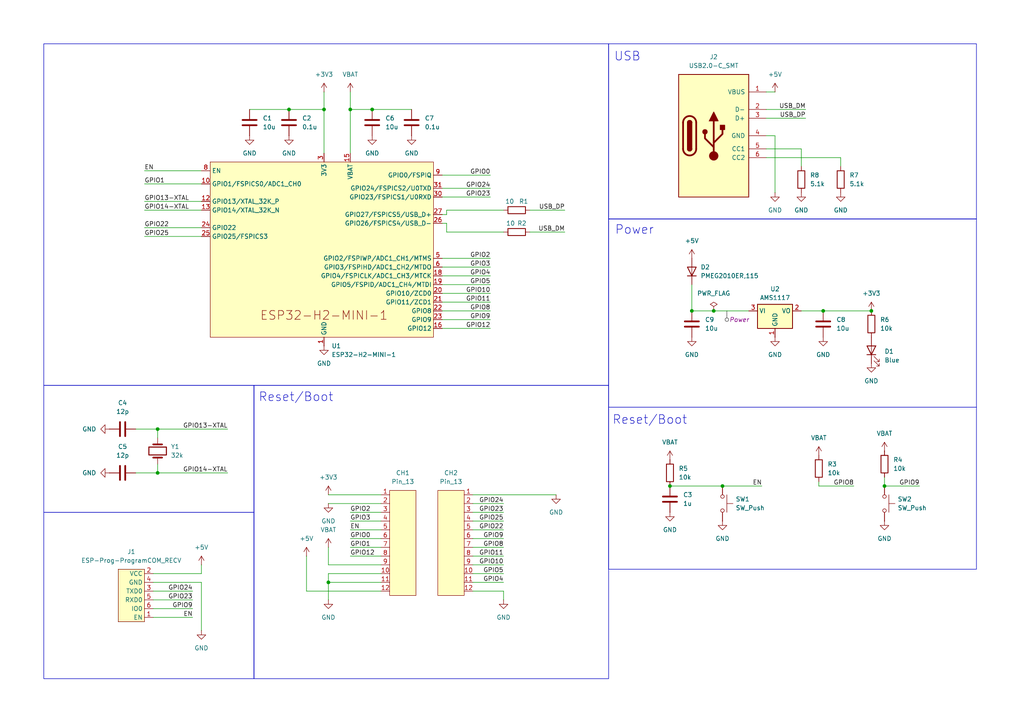
<source format=kicad_sch>
(kicad_sch (version 20231120) (generator "eeschema") (generator_version "8.0")
  (paper "A4")
  (title_block (title "ESP32-H2-MINI-1 DevBoard") (rev "v1.0.1") (company "Atsushi Morimoto (@74th)"))
  (lib_symbols
    (symbol "74th_Interface:ESP-Prog-ProgramCOM_RECV"
      (property "Reference" "J" (at 0 5.08 0))
      (property "Value" "ESP-Prog-ProgramCOM_RECV" (at 0 7.62 0))
      (symbol "ESP-Prog-ProgramCOM_RECV_0_1"
        (rectangle (start -3.81 3.81) (end 3.81 -11.43) (stroke (width 0.1524)) (fill (type background)))
      )
      (symbol "ESP-Prog-ProgramCOM_RECV_1_1"
        (pin output line (at 6.35 -10.16 180) (length 2.54) (name "EN") (number "1"))
        (pin passive line (at 6.35 2.54 180) (length 2.54) (name "VCC") (number "2"))
        (pin input line (at 6.35 -2.54 180) (length 2.54) (name "TXD0") (number "3"))
        (pin passive line (at 6.35 0 180) (length 2.54) (name "GND") (number "4"))
        (pin output line (at 6.35 -5.08 180) (length 2.54) (name "RXD0") (number "5"))
        (pin output line (at 6.35 -7.62 180) (length 2.54) (name "IO0") (number "6"))
      )
    )
    (symbol "74th_Interface:Pin_12"
      (property "Reference" "CH2" (at 0 6.35 0))
      (property "Value" "Pin_13" (at 0 3.81 0))
      (symbol "Pin_12_0_1"
        (rectangle (start -3.81 1.27) (end 3.81 -29.21) (stroke (width 0.1524)) (fill (type background)))
      )
      (symbol "Pin_12_1_1"
        (pin power_in line (at 6.35 0 180) (length 2.54) (name "") (number "1"))
        (pin bidirectional line (at 6.35 -22.86 180) (length 2.54) (name "") (number "10"))
        (pin power_in line (at 6.35 -25.4 180) (length 2.54) (name "") (number "11"))
        (pin power_in line (at 6.35 -27.94 180) (length 2.54) (name "") (number "12"))
        (pin bidirectional line (at 6.35 -2.54 180) (length 2.54) (name "") (number "2"))
        (pin bidirectional line (at 6.35 -5.08 180) (length 2.54) (name "") (number "3"))
        (pin bidirectional line (at 6.35 -7.62 180) (length 2.54) (name "") (number "4"))
        (pin bidirectional line (at 6.35 -10.16 180) (length 2.54) (name "") (number "5"))
        (pin bidirectional line (at 6.35 -12.7 180) (length 2.54) (name "") (number "6"))
        (pin bidirectional line (at 6.35 -15.24 180) (length 2.54) (name "") (number "7"))
        (pin bidirectional line (at 6.35 -17.78 180) (length 2.54) (name "") (number "8"))
        (pin bidirectional line (at 6.35 -20.32 180) (length 2.54) (name "") (number "9"))
      )
    )
    (symbol "74th_Interface:USB_TypeC-2.0_Receptacle" (pin_names (offset 1.016))
      (property "Reference" "J" (at -10.16 19.05 0))
      (property "Value" "USB2.0-C_SMT" (at 15.24 19.05 0))
      (symbol "USB_TypeC-2.0_Receptacle_0_1"
        (rectangle (start -10.16 17.78) (end 10.16 -17.78) (stroke (width 0.254)) (fill (type background)))
        (arc (start -8.89 -3.81) (mid -6.985 -5.7067) (end -5.08 -3.81) (stroke (width 0.508)))
        (arc (start -7.62 -3.81) (mid -6.985 -4.4423) (end -6.35 -3.81) (stroke (width 0.254)))
        (arc (start -7.62 -3.81) (mid -6.985 -4.4423) (end -6.35 -3.81) (stroke (width 0.254)) (fill (type outline)))
        (rectangle (start -7.62 -3.81) (end -6.35 3.81) (stroke (width 0.254)) (fill (type outline)))
        (arc (start -6.35 3.81) (mid -6.985 4.4423) (end -7.62 3.81) (stroke (width 0.254)))
        (arc (start -6.35 3.81) (mid -6.985 4.4423) (end -7.62 3.81) (stroke (width 0.254)) (fill (type outline)))
        (arc (start -5.08 3.81) (mid -6.985 5.7067) (end -8.89 3.81) (stroke (width 0.508)))
        (circle (center -2.54 1.143) (radius 0.635) (stroke (width 0.254)) (fill (type outline)))
        (circle (center 0 -5.842) (radius 1.27) (fill (type outline)))
        (polyline (pts (xy -8.89 -3.81) (xy -8.89 3.81)) (stroke (width 0.508)))
        (polyline (pts (xy -5.08 3.81) (xy -5.08 -3.81)) (stroke (width 0.508)))
        (polyline (pts (xy 0 -5.842) (xy 0 4.318)) (stroke (width 0.508)))
        (polyline (pts (xy 0 -3.302) (xy -2.54 -0.762) (xy -2.54 0.508)) (stroke (width 0.508)))
        (polyline (pts (xy 0 -2.032) (xy 2.54 0.508) (xy 2.54 1.778)) (stroke (width 0.508)))
        (polyline (pts (xy -1.27 4.318) (xy 0 6.858) (xy 1.27 4.318) (xy -1.27 4.318)) (stroke (width 0.254)) (fill (type outline)))
        (rectangle (start 1.905 1.778) (end 3.175 3.048) (stroke (width 0.254)) (fill (type outline)))
      )
      (symbol "USB_TypeC-2.0_Receptacle_1_1"
        (pin power_out line (at 15.24 12.7 180) (length 5.08) (name "VBUS") (number "1"))
        (pin bidirectional line (at 15.24 7.62 180) (length 5.08) (name "D-") (number "2"))
        (pin bidirectional line (at 15.24 5.08 180) (length 5.08) (name "D+") (number "3"))
        (pin power_out line (at 15.24 0 180) (length 5.08) (name "GND") (number "4"))
        (pin input line (at 15.24 -3.81 180) (length 5.08) (name "CC1") (number "5"))
        (pin input line (at 15.24 -6.35 180) (length 5.08) (name "CC2") (number "6"))
      )
    )
    (symbol "74th_Passive:AMS1117-3.3_Regulator_SOT223"
      (property "Reference" "U" (at -3.81 3.175 0))
      (property "Value" "AMS1117" (at 0 3.175 0))
      (symbol "AMS1117-3.3_Regulator_SOT223_0_1"
        (rectangle (start -5.08 1.905) (end 5.08 -5.08) (stroke (width 0.254)) (fill (type background)))
      )
      (symbol "AMS1117-3.3_Regulator_SOT223_1_1"
        (pin power_in line (at 0 -7.62 90) (length 2.54) (name "GND") (number "1"))
        (pin power_out line (at 7.62 0 180) (length 2.54) (name "VO") (number "2"))
        (pin power_in line (at -7.62 0 0) (length 2.54) (name "VI") (number "3"))
      )
    )
    (symbol "74th_Power:VBAT" (power) (pin_numbers hide) (pin_names (offset 0) hide)
      (property "Value" "VBAT" (at 0 3.556 0))
      (symbol "VBAT_0_1"
        (polyline (pts (xy -0.762 1.27) (xy 0 2.54)))
        (polyline (pts (xy 0 0) (xy 0 2.54)))
        (polyline (pts (xy 0 2.54) (xy 0.762 1.27)))
      )
      (symbol "VBAT_1_1"
        (pin power_in line (at 0 0 90) (length 0) (name "~") (number "1"))
      )
    )
    (symbol "Device:C" (pin_numbers hide) (pin_names (offset 0.254))
      (property "Reference" "C" (at 0.635 2.54 0))
      (property "Value" "C" (at 0.635 -2.54 0))
      (symbol "C_0_1"
        (polyline (pts (xy -2.032 -0.762) (xy 2.032 -0.762)) (stroke (width 0.508)))
        (polyline (pts (xy -2.032 0.762) (xy 2.032 0.762)) (stroke (width 0.508)))
      )
      (symbol "C_1_1"
        (pin passive line (at 0 3.81 270) (length 2.794) (name "~") (number "1"))
        (pin passive line (at 0 -3.81 90) (length 2.794) (name "~") (number "2"))
      )
    )
    (symbol "Device:Crystal" (pin_numbers hide) (pin_names (offset 1.016) hide)
      (property "Reference" "Y" (at 0 3.81 0))
      (property "Value" "Crystal" (at 0 -3.81 0))
      (symbol "Crystal_0_1"
        (rectangle (start -1.143 2.54) (end 1.143 -2.54) (stroke (width 0.3048)))
        (polyline (pts (xy -2.54 0) (xy -1.905 0)))
        (polyline (pts (xy -1.905 -1.27) (xy -1.905 1.27)) (stroke (width 0.508)))
        (polyline (pts (xy 1.905 -1.27) (xy 1.905 1.27)) (stroke (width 0.508)))
        (polyline (pts (xy 2.54 0) (xy 1.905 0)))
      )
      (symbol "Crystal_1_1"
        (pin passive line (at -3.81 0 0) (length 1.27) (name "1") (number "1"))
        (pin passive line (at 3.81 0 180) (length 1.27) (name "2") (number "2"))
      )
    )
    (symbol "Device:D" (pin_numbers hide) (pin_names (offset 1.016) hide)
      (property "Reference" "D" (at 0 2.54 0))
      (property "Value" "D" (at 0 -2.54 0))
      (symbol "D_0_1"
        (polyline (pts (xy -1.27 1.27) (xy -1.27 -1.27)) (stroke (width 0.254)))
        (polyline (pts (xy 1.27 0) (xy -1.27 0)))
        (polyline (pts (xy 1.27 1.27) (xy 1.27 -1.27) (xy -1.27 0) (xy 1.27 1.27)) (stroke (width 0.254)))
      )
      (symbol "D_1_1"
        (pin passive line (at -3.81 0 0) (length 2.54) (name "K") (number "1"))
        (pin passive line (at 3.81 0 180) (length 2.54) (name "A") (number "2"))
      )
    )
    (symbol "Device:LED" (pin_numbers hide) (pin_names (offset 1.016) hide)
      (property "Reference" "D" (at 0 2.54 0))
      (property "Value" "LED" (at 0 -2.54 0))
      (symbol "LED_0_1"
        (polyline (pts (xy -1.27 -1.27) (xy -1.27 1.27)) (stroke (width 0.254)))
        (polyline (pts (xy -1.27 0) (xy 1.27 0)))
        (polyline (pts (xy 1.27 -1.27) (xy 1.27 1.27) (xy -1.27 0) (xy 1.27 -1.27)) (stroke (width 0.254)))
        (polyline (pts (xy -3.048 -0.762) (xy -4.572 -2.286) (xy -3.81 -2.286) (xy -4.572 -2.286) (xy -4.572 -1.524)))
        (polyline (pts (xy -1.778 -0.762) (xy -3.302 -2.286) (xy -2.54 -2.286) (xy -3.302 -2.286) (xy -3.302 -1.524)))
      )
      (symbol "LED_1_1"
        (pin passive line (at -3.81 0 0) (length 2.54) (name "K") (number "1"))
        (pin passive line (at 3.81 0 180) (length 2.54) (name "A") (number "2"))
      )
    )
    (symbol "Device:R" (pin_numbers hide) (pin_names (offset 0))
      (property "Reference" "R" (at 2.032 0 90))
      (property "Value" "R" (at 0 0 90))
      (symbol "R_0_1"
        (rectangle (start -1.016 -2.54) (end 1.016 2.54) (stroke (width 0.254)))
      )
      (symbol "R_1_1"
        (pin passive line (at 0 3.81 270) (length 1.27) (name "~") (number "1"))
        (pin passive line (at 0 -3.81 90) (length 1.27) (name "~") (number "2"))
      )
    )
    (symbol "PCM_Espressif:ESP32-H2-MINI-1"
      (property "Reference" "U" (at -33.02 30.48 0))
      (property "Value" "ESP32-H2-MINI-1" (at -33.02 27.94 0))
      (symbol "ESP32-H2-MINI-1_0_1"
        (rectangle (start -33.02 25.4) (end 31.75 -25.4) (fill (type background)))
      )
      (symbol "ESP32-H2-MINI-1_1_0"
        (text "ESP32-H2-MINI-1" (at 0 -19.05 0) (effects (font (size 2.54 2.54))))
        (pin bidirectional line (at -35.56 19.05 0) (length 2.54) (name "GPIO1/FSPICS0/ADC1_CH0") (number "10"))
        (pin no_connect line (at -35.56 -13.97 0) (length 2.54) hide (name "NC") (number "17"))
        (pin bidirectional line (at -35.56 6.35 0) (length 2.54) (name "GPIO22") (number "24"))
        (pin bidirectional line (at -35.56 3.81 0) (length 2.54) (name "GPIO25/FSPICS3") (number "25"))
        (pin no_connect line (at -35.56 -13.97 0) (length 2.54) hide (name "NC") (number "28"))
        (pin no_connect line (at -35.56 -13.97 0) (length 2.54) hide (name "NC") (number "29"))
        (pin no_connect line (at -35.56 -13.97 0) (length 2.54) hide (name "NC") (number "32"))
        (pin no_connect line (at -35.56 -13.97 0) (length 2.54) hide (name "NC") (number "33"))
        (pin no_connect line (at -35.56 -13.97 0) (length 2.54) hide (name "NC") (number "34"))
        (pin no_connect line (at -35.56 -13.97 0) (length 2.54) hide (name "NC") (number "35"))
        (pin no_connect line (at -35.56 -13.97 0) (length 2.54) hide (name "NC") (number "4"))
        (pin no_connect line (at -35.56 -13.97 0) (length 2.54) hide (name "NC") (number "7"))
        (pin bidirectional line (at 34.29 21.59 180) (length 2.54) (name "GPIO0/FSPIQ") (number "9"))
      )
      (symbol "ESP32-H2-MINI-1_1_1"
        (pin power_in line (at 0 -27.94 90) (length 2.54) (name "GND") (number "1"))
        (pin passive line (at 0 -27.94 90) (length 2.54) hide (name "GND") (number "11"))
        (pin bidirectional line (at -35.56 13.97 0) (length 2.54) (name "GPIO13/XTAL_32K_P") (number "12"))
        (pin bidirectional line (at -35.56 11.43 0) (length 2.54) (name "GPIO14/XTAL_32K_N") (number "13"))
        (pin passive line (at 0 -27.94 90) (length 2.54) hide (name "GND") (number "14"))
        (pin input line (at 7.62 27.94 270) (length 2.54) (name "VBAT") (number "15"))
        (pin bidirectional line (at 34.29 -22.86 180) (length 2.54) (name "GPIO12") (number "16"))
        (pin bidirectional line (at 34.29 -7.62 180) (length 2.54) (name "GPIO4/FSPICLK/ADC1_CH3/MTCK") (number "18"))
        (pin bidirectional line (at 34.29 -10.16 180) (length 2.54) (name "GPIO5/FSPID/ADC1_CH4/MTDI") (number "19"))
        (pin passive line (at 0 -27.94 90) (length 2.54) hide (name "GND") (number "2"))
        (pin bidirectional line (at 34.29 -12.7 180) (length 2.54) (name "GPIO10/ZCD0") (number "20"))
        (pin bidirectional line (at 34.29 -15.24 180) (length 2.54) (name "GPIO11/ZCD1") (number "21"))
        (pin bidirectional line (at 34.29 -17.78 180) (length 2.54) (name "GPIO8") (number "22"))
        (pin bidirectional line (at 34.29 -20.32 180) (length 2.54) (name "GPIO9") (number "23"))
        (pin bidirectional line (at 34.29 7.62 180) (length 2.54) (name "GPIO26/FSPICS4/USB_D-") (number "26"))
        (pin bidirectional line (at 34.29 10.16 180) (length 2.54) (name "GPIO27/FSPICS5/USB_D+") (number "27"))
        (pin power_in line (at 0 27.94 270) (length 2.54) (name "3V3") (number "3"))
        (pin bidirectional line (at 34.29 15.24 180) (length 2.54) (name "GPIO23/FSPICS1/U0RXD") (number "30"))
        (pin bidirectional line (at 34.29 17.78 180) (length 2.54) (name "GPIO24/FSPICS2/U0TXD") (number "31"))
        (pin passive line (at 0 -27.94 90) (length 2.54) hide (name "GND") (number "36"))
        (pin passive line (at 0 -27.94 90) (length 2.54) hide (name "GND") (number "37"))
        (pin passive line (at 0 -27.94 90) (length 2.54) hide (name "GND") (number "38"))
        (pin passive line (at 0 -27.94 90) (length 2.54) hide (name "GND") (number "39"))
        (pin passive line (at 0 -27.94 90) (length 2.54) hide (name "GND") (number "40"))
        (pin passive line (at 0 -27.94 90) (length 2.54) hide (name "GND") (number "41"))
        (pin passive line (at 0 -27.94 90) (length 2.54) hide (name "GND") (number "42"))
        (pin passive line (at 0 -27.94 90) (length 2.54) hide (name "GND") (number "43"))
        (pin passive line (at 0 -27.94 90) (length 2.54) hide (name "GND") (number "44"))
        (pin passive line (at 0 -27.94 90) (length 2.54) hide (name "GND") (number "45"))
        (pin passive line (at 0 -27.94 90) (length 2.54) hide (name "GND") (number "46"))
        (pin passive line (at 0 -27.94 90) (length 2.54) hide (name "GND") (number "47"))
        (pin passive line (at 0 -27.94 90) (length 2.54) hide (name "GND") (number "48"))
        (pin passive line (at 0 -27.94 90) (length 2.54) hide (name "GND") (number "49"))
        (pin bidirectional line (at 34.29 -2.54 180) (length 2.54) (name "GPIO2/FSPIWP/ADC1_CH1/MTMS") (number "5"))
        (pin passive line (at 0 -27.94 90) (length 2.54) hide (name "GND") (number "50"))
        (pin passive line (at 0 -27.94 90) (length 2.54) hide (name "GND") (number "51"))
        (pin passive line (at 0 -27.94 90) (length 2.54) hide (name "GND") (number "52"))
        (pin passive line (at 0 -27.94 90) (length 2.54) hide (name "GND") (number "53"))
        (pin bidirectional line (at 34.29 -5.08 180) (length 2.54) (name "GPIO3/FSPIHD/ADC1_CH2/MTDO") (number "6"))
        (pin input line (at -35.56 22.86 0) (length 2.54) (name "EN") (number "8"))
      )
    )
    (symbol "Pin_12_1"
      (property "Reference" "CH1" (at 0 6.35 0))
      (property "Value" "Pin_13" (at 0 3.81 0))
      (symbol "Pin_12_1_0_1"
        (rectangle (start -3.81 1.27) (end 3.81 -29.21) (stroke (width 0.1524)) (fill (type background)))
      )
      (symbol "Pin_12_1_1_1"
        (pin power_in line (at 6.35 0 180) (length 2.54) (name "") (number "1"))
        (pin bidirectional line (at 6.35 -22.86 180) (length 2.54) (name "") (number "10"))
        (pin power_in line (at 6.35 -25.4 180) (length 2.54) (name "") (number "11"))
        (pin power_out line (at 6.35 -27.94 180) (length 2.54) (name "") (number "12"))
        (pin bidirectional line (at 6.35 -2.54 180) (length 2.54) (name "") (number "2"))
        (pin bidirectional line (at 6.35 -5.08 180) (length 2.54) (name "") (number "3"))
        (pin bidirectional line (at 6.35 -7.62 180) (length 2.54) (name "") (number "4"))
        (pin bidirectional line (at 6.35 -10.16 180) (length 2.54) (name "") (number "5"))
        (pin bidirectional line (at 6.35 -12.7 180) (length 2.54) (name "") (number "6"))
        (pin bidirectional line (at 6.35 -15.24 180) (length 2.54) (name "") (number "7"))
        (pin bidirectional line (at 6.35 -17.78 180) (length 2.54) (name "") (number "8"))
        (pin bidirectional line (at 6.35 -20.32 180) (length 2.54) (name "") (number "9"))
      )
    )
    (symbol "Switch:SW_Push" (pin_numbers hide) (pin_names (offset 1.016) hide)
      (property "Reference" "SW" (at 1.27 2.54 0))
      (property "Value" "SW_Push" (at 0 -1.524 0))
      (symbol "SW_Push_0_1"
        (circle (center -2.032 0) (radius 0.508))
        (polyline (pts (xy 0 1.27) (xy 0 3.048)))
        (polyline (pts (xy 2.54 1.27) (xy -2.54 1.27)))
        (circle (center 2.032 0) (radius 0.508))
        (pin passive line (at -5.08 0 0) (length 2.54) (name "1") (number "1"))
        (pin passive line (at 5.08 0 180) (length 2.54) (name "2") (number "2"))
      )
    )
    (symbol "power:+3V3" (power) (pin_numbers hide) (pin_names (offset 0) hide)
      (property "Value" "+3V3" (at 0 3.556 0))
      (symbol "+3V3_0_1"
        (polyline (pts (xy -0.762 1.27) (xy 0 2.54)))
        (polyline (pts (xy 0 0) (xy 0 2.54)))
        (polyline (pts (xy 0 2.54) (xy 0.762 1.27)))
      )
      (symbol "+3V3_1_1"
        (pin power_in line (at 0 0 90) (length 0) (name "~") (number "1"))
      )
    )
    (symbol "power:+5V" (power) (pin_numbers hide) (pin_names (offset 0) hide)
      (property "Value" "+5V" (at 0 3.556 0))
      (symbol "+5V_0_1"
        (polyline (pts (xy -0.762 1.27) (xy 0 2.54)))
        (polyline (pts (xy 0 0) (xy 0 2.54)))
        (polyline (pts (xy 0 2.54) (xy 0.762 1.27)))
      )
      (symbol "+5V_1_1"
        (pin power_in line (at 0 0 90) (length 0) (name "~") (number "1"))
      )
    )
    (symbol "power:GND" (power) (pin_numbers hide) (pin_names (offset 0) hide)
      (property "Value" "GND" (at 0 -3.81 0))
      (symbol "GND_0_1"
        (polyline (pts (xy 0 0) (xy 0 -1.27) (xy 1.27 -1.27) (xy 0 -2.54) (xy -1.27 -1.27) (xy 0 -1.27)))
      )
      (symbol "GND_1_1"
        (pin power_in line (at 0 0 270) (length 0) (name "~") (number "1"))
      )
    )
    (symbol "power:PWR_FLAG" (power) (pin_numbers hide) (pin_names (offset 0) hide)
      (property "Value" "PWR_FLAG" (at 0 3.81 0))
      (symbol "PWR_FLAG_0_0"
        (pin power_out line (at 0 0 90) (length 0) (name "~") (number "1"))
      )
      (symbol "PWR_FLAG_0_1"
        (polyline (pts (xy 0 0) (xy 0 1.27) (xy -1.016 1.905) (xy 0 2.54) (xy 1.016 1.905) (xy 0 1.27)))
      )
    )
  )
  (junction (at 200.66 90.17))
  (junction (at 107.95 31.75))
  (junction (at 207.01 90.17))
  (junction (at 238.76 90.17))
  (junction (at 93.98 31.75))
  (junction (at 45.72 124.46))
  (junction (at 45.72 137.16))
  (junction (at 194.31 140.97))
  (junction (at 252.73 90.17))
  (junction (at 83.82 31.75))
  (junction (at 209.55 140.97))
  (junction (at 256.54 140.97))
  (junction (at 101.6 31.75))
  (junction (at 95.25 168.91))
  (wire (pts (xy 222.25 31.75) (xy 233.68 31.75)))
  (wire (pts (xy 41.91 58.42) (xy 58.42 58.42)))
  (wire (pts (xy 224.79 39.37) (xy 224.79 55.88)))
  (wire (pts (xy 137.16 151.13) (xy 146.05 151.13)))
  (wire (pts (xy 137.16 148.59) (xy 146.05 148.59)))
  (wire (pts (xy 137.16 153.67) (xy 146.05 153.67)))
  (wire (pts (xy 207.01 90.17) (xy 217.17 90.17)))
  (wire (pts (xy 200.66 82.55) (xy 200.66 90.17)))
  (wire (pts (xy 110.49 166.37) (xy 95.25 166.37)))
  (wire (pts (xy 247.65 140.97) (xy 237.49 140.97)))
  (wire (pts (xy 153.67 67.31) (xy 163.83 67.31)))
  (wire (pts (xy 101.6 31.75) (xy 107.95 31.75)))
  (wire (pts (xy 128.27 74.93) (xy 142.24 74.93)))
  (wire (pts (xy 237.49 140.97) (xy 237.49 139.7)))
  (wire (pts (xy 58.42 163.83) (xy 58.42 166.37)))
  (wire (pts (xy 128.27 85.09) (xy 142.24 85.09)))
  (wire (pts (xy 101.6 156.21) (xy 110.49 156.21)))
  (wire (pts (xy 93.98 26.67) (xy 93.98 31.75)))
  (wire (pts (xy 41.91 68.58) (xy 58.42 68.58)))
  (wire (pts (xy 129.54 62.23) (xy 128.27 62.23)))
  (wire (pts (xy 88.9 161.29) (xy 88.9 171.45)))
  (wire (pts (xy 256.54 138.43) (xy 256.54 140.97)))
  (wire (pts (xy 243.84 45.72) (xy 243.84 48.26)))
  (wire (pts (xy 110.49 143.51) (xy 95.25 143.51)))
  (wire (pts (xy 58.42 166.37) (xy 44.45 166.37)))
  (wire (pts (xy 93.98 44.45) (xy 93.98 31.75)))
  (wire (pts (xy 41.91 60.96) (xy 58.42 60.96)))
  (wire (pts (xy 101.6 158.75) (xy 110.49 158.75)))
  (wire (pts (xy 128.27 87.63) (xy 142.24 87.63)))
  (wire (pts (xy 110.49 168.91) (xy 95.25 168.91)))
  (wire (pts (xy 200.66 90.17) (xy 207.01 90.17)))
  (wire (pts (xy 45.72 134.62) (xy 45.72 137.16)))
  (wire (pts (xy 44.45 171.45) (xy 55.88 171.45)))
  (wire (pts (xy 101.6 161.29) (xy 110.49 161.29)))
  (wire (pts (xy 58.42 168.91) (xy 58.42 182.88)))
  (wire (pts (xy 137.16 171.45) (xy 146.05 171.45)))
  (wire (pts (xy 137.16 163.83) (xy 146.05 163.83)))
  (wire (pts (xy 222.25 39.37) (xy 224.79 39.37)))
  (wire (pts (xy 41.91 49.53) (xy 58.42 49.53)))
  (wire (pts (xy 44.45 173.99) (xy 55.88 173.99)))
  (wire (pts (xy 83.82 31.75) (xy 72.39 31.75)))
  (wire (pts (xy 128.27 95.25) (xy 142.24 95.25)))
  (wire (pts (xy 101.6 44.45) (xy 101.6 31.75)))
  (wire (pts (xy 209.55 140.97) (xy 220.98 140.97)))
  (wire (pts (xy 93.98 31.75) (xy 83.82 31.75)))
  (wire (pts (xy 137.16 166.37) (xy 146.05 166.37)))
  (wire (pts (xy 256.54 140.97) (xy 266.7 140.97)))
  (wire (pts (xy 129.54 67.31) (xy 146.05 67.31)))
  (wire (pts (xy 95.25 166.37) (xy 95.25 168.91)))
  (wire (pts (xy 44.45 168.91) (xy 58.42 168.91)))
  (wire (pts (xy 128.27 50.8) (xy 142.24 50.8)))
  (wire (pts (xy 128.27 64.77) (xy 129.54 64.77)))
  (wire (pts (xy 194.31 140.97) (xy 209.55 140.97)))
  (wire (pts (xy 41.91 53.34) (xy 58.42 53.34)))
  (wire (pts (xy 222.25 45.72) (xy 243.84 45.72)))
  (wire (pts (xy 45.72 124.46) (xy 39.37 124.46)))
  (wire (pts (xy 88.9 171.45) (xy 110.49 171.45)))
  (wire (pts (xy 137.16 146.05) (xy 146.05 146.05)))
  (wire (pts (xy 137.16 168.91) (xy 146.05 168.91)))
  (wire (pts (xy 153.67 60.96) (xy 163.83 60.96)))
  (wire (pts (xy 95.25 158.75) (xy 95.25 163.83)))
  (wire (pts (xy 137.16 161.29) (xy 146.05 161.29)))
  (wire (pts (xy 129.54 60.96) (xy 146.05 60.96)))
  (wire (pts (xy 66.04 137.16) (xy 45.72 137.16)))
  (wire (pts (xy 128.27 77.47) (xy 142.24 77.47)))
  (wire (pts (xy 128.27 82.55) (xy 142.24 82.55)))
  (wire (pts (xy 107.95 31.75) (xy 119.38 31.75)))
  (wire (pts (xy 44.45 179.07) (xy 55.88 179.07)))
  (wire (pts (xy 232.41 43.18) (xy 232.41 48.26)))
  (wire (pts (xy 128.27 57.15) (xy 142.24 57.15)))
  (wire (pts (xy 101.6 26.67) (xy 101.6 31.75)))
  (wire (pts (xy 222.25 43.18) (xy 232.41 43.18)))
  (wire (pts (xy 222.25 34.29) (xy 233.68 34.29)))
  (wire (pts (xy 146.05 171.45) (xy 146.05 173.99)))
  (wire (pts (xy 39.37 137.16) (xy 45.72 137.16)))
  (wire (pts (xy 45.72 127) (xy 45.72 124.46)))
  (wire (pts (xy 129.54 60.96) (xy 129.54 62.23)))
  (wire (pts (xy 44.45 176.53) (xy 55.88 176.53)))
  (wire (pts (xy 101.6 148.59) (xy 110.49 148.59)))
  (wire (pts (xy 41.91 66.04) (xy 58.42 66.04)))
  (wire (pts (xy 137.16 143.51) (xy 161.29 143.51)))
  (wire (pts (xy 137.16 156.21) (xy 146.05 156.21)))
  (wire (pts (xy 101.6 153.67) (xy 110.49 153.67)))
  (wire (pts (xy 137.16 158.75) (xy 146.05 158.75)))
  (wire (pts (xy 238.76 90.17) (xy 252.73 90.17)))
  (wire (pts (xy 222.25 26.67) (xy 224.79 26.67)))
  (wire (pts (xy 95.25 163.83) (xy 110.49 163.83)))
  (wire (pts (xy 128.27 54.61) (xy 142.24 54.61)))
  (wire (pts (xy 128.27 90.17) (xy 142.24 90.17)))
  (wire (pts (xy 101.6 151.13) (xy 110.49 151.13)))
  (wire (pts (xy 45.72 124.46) (xy 66.04 124.46)))
  (wire (pts (xy 128.27 92.71) (xy 142.24 92.71)))
  (wire (pts (xy 95.25 168.91) (xy 95.25 173.99)))
  (wire (pts (xy 232.41 90.17) (xy 238.76 90.17)))
  (wire (pts (xy 129.54 64.77) (xy 129.54 67.31)))
  (wire (pts (xy 95.25 146.05) (xy 110.49 146.05)))
  (wire (pts (xy 128.27 80.01) (xy 142.24 80.01)))
  (rectangle (start 176.53 12.7) (end 283.21 63.5))
  (rectangle (start 12.7 148.59) (end 73.66 196.85))
  (rectangle (start 73.66 111.76) (end 176.53 196.85))
  (rectangle (start 12.7 111.76) (end 73.66 148.59))
  (rectangle (start 176.53 118.11) (end 283.21 165.1))
  (rectangle (start 176.53 63.5) (end 283.21 118.11))
  (rectangle (start 12.7 12.7) (end 176.53 111.76))
  (text "Reset/Boot" (at 74.93 113.792 0) (effects (font (size 2.54 2.54)) (justify left top)))
  (text "USB" (at 178.054 14.986 0) (effects (font (size 2.54 2.54)) (justify left top)))
  (text "Reset/Boot" (at 177.546 120.396 0) (effects (font (size 2.54 2.54)) (justify left top)))
  (text "Power" (at 178.308 65.278 0) (effects (font (size 2.54 2.54)) (justify left top)))
  (label "GPIO5" (at 142.24 82.55 180))
  (label "USB_DM" (at 163.83 67.31 180))
  (label "GPIO24" (at 55.88 171.45 180))
  (label "GPIO5" (at 146.05 166.37 180))
  (label "GPIO23" (at 55.88 173.99 180))
  (label "GPIO4" (at 146.05 168.91 180))
  (label "GPIO8" (at 142.24 90.17 180))
  (label "GPIO3" (at 101.6 151.13 0))
  (label "GPIO23" (at 146.05 148.59 180))
  (label "GPIO24" (at 146.05 146.05 180))
  (label "GPIO3" (at 142.24 77.47 180))
  (label "GPIO0" (at 142.24 50.8 180))
  (label "GPIO10" (at 146.05 163.83 180))
  (label "GPIO25" (at 41.91 68.58 0))
  (label "GPIO10" (at 142.24 85.09 180))
  (label "GPIO9" (at 142.24 92.71 180))
  (label "GPIO11" (at 146.05 161.29 180))
  (label "GPIO25" (at 146.05 151.13 180))
  (label "GPIO22" (at 41.91 66.04 0))
  (label "USB_DP" (at 233.68 34.29 180))
  (label "GPIO13-XTAL" (at 41.91 58.42 0))
  (label "GPIO9" (at 146.05 156.21 180))
  (label "GPIO14-XTAL" (at 41.91 60.96 0))
  (label "GPIO8" (at 146.05 158.75 180))
  (label "EN" (at 220.98 140.97 180))
  (label "GPIO4" (at 142.24 80.01 180))
  (label "GPIO1" (at 41.91 53.34 0))
  (label "GPIO1" (at 101.6 158.75 0))
  (label "GPIO13-XTAL" (at 66.04 124.46 180))
  (label "GPIO14-XTAL" (at 66.04 137.16 180))
  (label "GPIO12" (at 142.24 95.25 180))
  (label "GPIO12" (at 101.6 161.29 0))
  (label "GPIO11" (at 142.24 87.63 180))
  (label "GPIO9" (at 55.88 176.53 180))
  (label "GPIO0" (at 101.6 156.21 0))
  (label "GPIO2" (at 142.24 74.93 180))
  (label "GPIO8" (at 247.65 140.97 180))
  (label "USB_DP" (at 163.83 60.96 180))
  (label "GPIO24" (at 142.24 54.61 180))
  (label "EN" (at 55.88 179.07 180))
  (label "GPIO2" (at 101.6 148.59 0))
  (label "GPIO22" (at 146.05 153.67 180))
  (label "GPIO23" (at 142.24 57.15 180))
  (label "EN" (at 41.91 49.53 0))
  (label "GPIO9" (at 266.7 140.97 180))
  (label "USB_DM" (at 233.68 31.75 180))
  (label "EN" (at 101.6 153.67 0))
  (netclass_flag "" (length 2.54) (shape round) (at 210.82 90.17 180) (property "Netclass" "Power" (at 211.5185 92.71 0) (effects (font (italic yes)) (justify left))))
  (symbol (lib_id "Device:C") (at 107.95 35.56 0) (unit 1)
    (property "Reference" "C6" (at 111.76 34.2899 0) (effects (justify left)))
    (property "Value" "10u" (at 111.76 36.8299 0) (effects (justify left)))
    (property "Footprint" "74th:Capacitor_0603_1608" (effects (hide yes)))
    (property "Description" "Unpolarized capacitor" (effects (hide yes)))
  )
  (symbol (lib_id "74th_Interface:ESP-Prog-ProgramCOM_RECV") (at 38.1 168.91 0) (unit 1)
    (property "Reference" "J1" (at 38.1 160.02 0))
    (property "Value" "ESP-Prog-ProgramCOM_RECV" (at 38.1 162.56 0))
    (property "Footprint" "74th:Connector_BoxPinHeader_2x03_P1.27mm" (effects (hide yes)))
  )
  (symbol (lib_id "74th_Power:VBAT") (at 95.25 158.75 0) (unit 1)
    (property "Reference" "#PWR09" (effects (hide yes)))
    (property "Value" "VBAT" (at 95.25 153.67 0))
    (property "Description" "Power symbol creates a global label with name \"VCC\"" (effects (hide yes)))
  )
  (symbol (lib_id "Device:R") (at 194.31 137.16 0) (unit 1)
    (property "Reference" "R5" (at 196.85 135.8899 0) (effects (justify left)))
    (property "Value" "10k" (at 196.85 138.4299 0) (effects (justify left)))
    (property "Footprint" "74th:Register_0603_1608" (effects (hide yes)))
    (property "Description" "Resistor" (effects (hide yes)))
  )
  (symbol (lib_id "power:GND") (at 31.75 137.16 270) (unit 1)
    (property "Reference" "#PWR010" (effects (hide yes)))
    (property "Value" "GND" (at 27.94 137.1599 90) (effects (justify right)))
    (property "Description" "Power symbol creates a global label with name \"GND\" , ground" (effects (hide yes)))
  )
  (symbol (lib_id "power:+3V3") (at 93.98 26.67 0) (unit 1)
    (property "Reference" "#PWR01" (effects (hide yes)))
    (property "Value" "+3V3" (at 93.98 21.59 0))
    (property "Description" "Power symbol creates a global label with name \"+3V3\"" (effects (hide yes)))
  )
  (symbol (lib_id "Device:LED") (at 252.73 101.6 90) (unit 1)
    (property "Reference" "D1" (at 256.54 101.9174 90) (effects (justify right)))
    (property "Value" "Blue" (at 256.54 104.4574 90) (effects (justify right)))
    (property "Footprint" "74th:LED_0805_2012" (effects (hide yes)))
    (property "Description" "Light emitting diode" (effects (hide yes)))
  )
  (symbol (lib_id "power:GND") (at 31.75 124.46 270) (unit 1)
    (property "Reference" "#PWR011" (effects (hide yes)))
    (property "Value" "GND" (at 27.94 124.4599 90) (effects (justify right)))
    (property "Description" "Power symbol creates a global label with name \"GND\" , ground" (effects (hide yes)))
  )
  (symbol (lib_id "Device:D") (at 200.66 78.74 90) (unit 1)
    (property "Reference" "D2" (at 203.2 77.4699 90) (effects (justify right)))
    (property "Value" "PMEG2010ER,115" (at 203.2 80.0099 90) (effects (justify right)))
    (property "Footprint" "74th:Package_SOD123W" (effects (hide yes)))
    (property "Description" "Diode" (effects (hide yes)))
    (property "Sim.Device" "D" (effects (hide yes)))
    (property "Sim.Pins" "1=K 2=A" (effects (hide yes)))
  )
  (symbol (lib_id "Device:C") (at 200.66 93.98 0) (unit 1)
    (property "Reference" "C9" (at 204.47 92.7099 0) (effects (justify left)))
    (property "Value" "10u" (at 204.47 95.2499 0) (effects (justify left)))
    (property "Footprint" "74th:Capacitor_0603_1608" (effects (hide yes)))
    (property "Description" "Unpolarized capacitor" (effects (hide yes)))
  )
  (symbol (lib_id "power:GND") (at 161.29 143.51 0) (unit 1)
    (property "Reference" "#PWR07" (effects (hide yes)))
    (property "Value" "GND" (at 161.29 148.59 0))
    (property "Description" "Power symbol creates a global label with name \"GND\" , ground" (effects (hide yes)))
  )
  (symbol (lib_id "power:GND") (at 107.95 39.37 0) (unit 1)
    (property "Reference" "#PWR044" (effects (hide yes)))
    (property "Value" "GND" (at 107.95 44.45 0))
    (property "Description" "Power symbol creates a global label with name \"GND\" , ground" (effects (hide yes)))
  )
  (symbol (lib_id "Device:R") (at 149.86 60.96 90) (unit 1)
    (property "Reference" "R1" (at 151.892 58.42 90))
    (property "Value" "10" (at 147.828 58.42 90))
    (property "Footprint" "74th:Register_0603_1608" (effects (hide yes)))
    (property "Description" "Resistor" (effects (hide yes)))
  )
  (symbol (lib_id "power:GND") (at 224.79 97.79 0) (unit 1)
    (property "Reference" "#PWR020" (effects (hide yes)))
    (property "Value" "GND" (at 224.79 102.87 0))
    (property "Description" "Power symbol creates a global label with name \"GND\" , ground" (effects (hide yes)))
  )
  (symbol (lib_id "power:GND") (at 93.98 100.33 0) (unit 1)
    (property "Reference" "#PWR04" (effects (hide yes)))
    (property "Value" "GND" (at 93.98 105.41 0))
    (property "Description" "Power symbol creates a global label with name \"GND\" , ground" (effects (hide yes)))
  )
  (symbol (lib_id "Device:C") (at 83.82 35.56 0) (unit 1)
    (property "Reference" "C2" (at 87.63 34.2899 0) (effects (justify left)))
    (property "Value" "0.1u" (at 87.63 36.8299 0) (effects (justify left)))
    (property "Footprint" "74th:Capacitor_0603_1608" (effects (hide yes)))
    (property "Description" "Unpolarized capacitor" (effects (hide yes)))
  )
  (symbol (lib_id "power:+3V3") (at 252.73 90.17 0) (unit 1)
    (property "Reference" "#PWR022" (effects (hide yes)))
    (property "Value" "+3V3" (at 252.73 85.09 0))
    (property "Description" "Power symbol creates a global label with name \"+3V3\"" (effects (hide yes)))
  )
  (symbol (lib_id "power:GND") (at 256.54 151.13 0) (unit 1)
    (property "Reference" "#PWR028" (effects (hide yes)))
    (property "Value" "GND" (at 256.54 156.21 0))
    (property "Description" "Power symbol creates a global label with name \"GND\" , ground" (effects (hide yes)))
  )
  (symbol (lib_id "power:GND") (at 72.39 39.37 0) (unit 1)
    (property "Reference" "#PWR02" (effects (hide yes)))
    (property "Value" "GND" (at 72.39 44.45 0))
    (property "Description" "Power symbol creates a global label with name \"GND\" , ground" (effects (hide yes)))
  )
  (symbol (lib_id "power:GND") (at 194.31 148.59 0) (unit 1)
    (property "Reference" "#PWR024" (effects (hide yes)))
    (property "Value" "GND" (at 194.31 153.67 0))
    (property "Description" "Power symbol creates a global label with name \"GND\" , ground" (effects (hide yes)))
  )
  (symbol (lib_id "Device:C") (at 72.39 35.56 0) (unit 1)
    (property "Reference" "C1" (at 76.2 34.2899 0) (effects (justify left)))
    (property "Value" "10u" (at 76.2 36.8299 0) (effects (justify left)))
    (property "Footprint" "74th:Capacitor_0603_1608" (effects (hide yes)))
    (property "Description" "Unpolarized capacitor" (effects (hide yes)))
  )
  (symbol (lib_id "Device:Crystal") (at 45.72 130.81 90) (unit 1)
    (property "Reference" "Y1" (at 49.53 129.5399 90) (effects (justify right)))
    (property "Value" "32k" (at 49.53 132.0799 90) (effects (justify right)))
    (property "Footprint" "74th:Crystal_SMD_3215-2Pin_3.2x1.5mm" (effects (hide yes)))
    (property "Description" "Two pin crystal" (effects (hide yes)))
  )
  (symbol (lib_id "power:GND") (at 200.66 97.79 0) (unit 1)
    (property "Reference" "#PWR019" (effects (hide yes)))
    (property "Value" "GND" (at 200.66 102.87 0))
    (property "Description" "Power symbol creates a global label with name \"GND\" , ground" (effects (hide yes)))
  )
  (symbol (lib_id "power:GND") (at 224.79 55.88 0) (unit 1)
    (property "Reference" "#PWR035" (effects (hide yes)))
    (property "Value" "GND" (at 224.79 60.96 0))
    (property "Description" "Power symbol creates a global label with name \"GND\" , ground" (effects (hide yes)))
  )
  (symbol (lib_id "74th_Interface:USB_TypeC-2.0_Receptacle") (at 207.01 39.37 0) (unit 1)
    (property "Reference" "J2" (at 207.01 16.51 0))
    (property "Value" "USB2.0-C_SMT" (at 207.01 19.05 0))
    (property "Footprint" "74th:Connector_USB-C-Receptacle_SMT_12-Pin_Simple" (effects (hide yes)))
    (property "Datasheet" "https://www.usb.org/sites/default/files/documents/usb_type-c.zip" (effects (hide yes)))
    (property "Description" "USB 2.0-only Type-C Plug connector" (effects (hide yes)))
  )
  (symbol (lib_id "Device:C") (at 194.31 144.78 0) (unit 1)
    (property "Reference" "C3" (at 198.12 143.5099 0) (effects (justify left)))
    (property "Value" "1u" (at 198.12 146.0499 0) (effects (justify left)))
    (property "Footprint" "74th:Capacitor_0603_1608" (effects (hide yes)))
    (property "Description" "Unpolarized capacitor" (effects (hide yes)))
  )
  (symbol (lib_name "Pin_12_1") (lib_id "74th_Interface:Pin_12") (at 116.84 143.51 0) (mirror y) (unit 1)
    (property "Reference" "CH1" (at 116.84 137.16 0))
    (property "Value" "Pin_13" (at 116.84 139.7 0))
    (property "Footprint" "74th:PinOut_Pin_12" (effects (hide yes)))
  )
  (symbol (lib_id "Device:C") (at 35.56 124.46 90) (unit 1)
    (property "Reference" "C4" (at 35.56 116.84 90))
    (property "Value" "12p" (at 35.56 119.38 90))
    (property "Footprint" "74th:Capacitor_0603_1608" (effects (hide yes)))
    (property "Description" "Unpolarized capacitor" (effects (hide yes)))
  )
  (symbol (lib_id "74th_Power:VBAT") (at 194.31 133.35 0) (unit 1)
    (property "Reference" "#PWR015" (effects (hide yes)))
    (property "Value" "VBAT" (at 194.31 128.27 0))
    (property "Description" "Power symbol creates a global label with name \"VCC\"" (effects (hide yes)))
  )
  (symbol (lib_id "Device:C") (at 35.56 137.16 90) (unit 1)
    (property "Reference" "C5" (at 35.56 129.54 90))
    (property "Value" "12p" (at 35.56 132.08 90))
    (property "Footprint" "74th:Capacitor_0603_1608" (effects (hide yes)))
    (property "Description" "Unpolarized capacitor" (effects (hide yes)))
  )
  (symbol (lib_id "power:+3V3") (at 95.25 143.51 0) (unit 1)
    (property "Reference" "#PWR06" (effects (hide yes)))
    (property "Value" "+3V3" (at 95.25 138.43 0))
    (property "Description" "Power symbol creates a global label with name \"+3V3\"" (effects (hide yes)))
  )
  (symbol (lib_id "Device:C") (at 238.76 93.98 0) (unit 1)
    (property "Reference" "C8" (at 242.57 92.7099 0) (effects (justify left)))
    (property "Value" "10u" (at 242.57 95.2499 0) (effects (justify left)))
    (property "Footprint" "74th:Capacitor_0603_1608" (effects (hide yes)))
    (property "Description" "Unpolarized capacitor" (effects (hide yes)))
  )
  (symbol (lib_id "power:GND") (at 243.84 55.88 0) (unit 1)
    (property "Reference" "#PWR037" (effects (hide yes)))
    (property "Value" "GND" (at 243.84 60.96 0))
    (property "Description" "Power symbol creates a global label with name \"GND\" , ground" (effects (hide yes)))
  )
  (symbol (lib_id "Device:R") (at 149.86 67.31 90) (unit 1)
    (property "Reference" "R2" (at 151.384 64.77 90))
    (property "Value" "10" (at 148.082 64.77 90))
    (property "Footprint" "74th:Register_0603_1608" (effects (hide yes)))
    (property "Description" "Resistor" (effects (hide yes)))
  )
  (symbol (lib_id "Device:R") (at 243.84 52.07 0) (unit 1)
    (property "Reference" "R7" (at 246.38 50.7999 0) (effects (justify left)))
    (property "Value" "5.1k" (at 246.38 53.3399 0) (effects (justify left)))
    (property "Footprint" "74th:Register_0603_1608" (effects (hide yes)))
    (property "Description" "Resistor" (effects (hide yes)))
  )
  (symbol (lib_id "power:GND") (at 58.42 182.88 0) (unit 1)
    (property "Reference" "#PWR032" (effects (hide yes)))
    (property "Value" "GND" (at 58.42 187.96 0))
    (property "Description" "Power symbol creates a global label with name \"GND\" , ground" (effects (hide yes)))
  )
  (symbol (lib_id "74th_Power:VBAT") (at 101.6 26.67 0) (unit 1)
    (property "Reference" "#PWR029" (effects (hide yes)))
    (property "Value" "VBAT" (at 101.6 21.59 0))
    (property "Description" "Power symbol creates a global label with name \"VCC\"" (effects (hide yes)))
  )
  (symbol (lib_id "Device:C") (at 119.38 35.56 0) (unit 1)
    (property "Reference" "C7" (at 123.19 34.2899 0) (effects (justify left)))
    (property "Value" "0.1u" (at 123.19 36.8299 0) (effects (justify left)))
    (property "Footprint" "74th:Capacitor_0603_1608" (effects (hide yes)))
    (property "Description" "Unpolarized capacitor" (effects (hide yes)))
  )
  (symbol (lib_id "Device:R") (at 252.73 93.98 0) (unit 1)
    (property "Reference" "R6" (at 255.27 92.7099 0) (effects (justify left)))
    (property "Value" "10k" (at 255.27 95.2499 0) (effects (justify left)))
    (property "Footprint" "74th:Register_0603_1608" (effects (hide yes)))
    (property "Description" "Resistor" (effects (hide yes)))
  )
  (symbol (lib_id "power:GND") (at 252.73 105.41 0) (unit 1)
    (property "Reference" "#PWR023" (effects (hide yes)))
    (property "Value" "GND" (at 252.73 110.49 0))
    (property "Description" "Power symbol creates a global label with name \"GND\" , ground" (effects (hide yes)))
  )
  (symbol (lib_id "power:+5V") (at 58.42 163.83 0) (unit 1)
    (property "Reference" "#PWR031" (effects (hide yes)))
    (property "Value" "+5V" (at 58.42 158.75 0))
    (property "Description" "Power symbol creates a global label with name \"+5V\"" (effects (hide yes)))
  )
  (symbol (lib_id "power:+5V") (at 224.79 26.67 0) (unit 1)
    (property "Reference" "#PWR03" (effects (hide yes)))
    (property "Value" "+5V" (at 224.79 21.59 0))
    (property "Description" "Power symbol creates a global label with name \"+5V\"" (effects (hide yes)))
  )
  (symbol (lib_id "74th_Passive:AMS1117-3.3_Regulator_SOT223") (at 224.79 90.17 0) (unit 1)
    (property "Reference" "U2" (at 224.79 83.82 0))
    (property "Value" "AMS1117" (at 224.79 86.36 0))
    (property "Footprint" "74th:Package_SOT-89-3" (effects (hide yes)))
    (property "Description" "1A Low Dropout regulator, positive, adjustable output, SOT-223" (effects (hide yes)))
  )
  (symbol (lib_id "power:GND") (at 232.41 55.88 0) (unit 1)
    (property "Reference" "#PWR036" (effects (hide yes)))
    (property "Value" "GND" (at 232.41 60.96 0))
    (property "Description" "Power symbol creates a global label with name \"GND\" , ground" (effects (hide yes)))
  )
  (symbol (lib_id "power:+5V") (at 200.66 74.93 0) (unit 1)
    (property "Reference" "#PWR05" (effects (hide yes)))
    (property "Value" "+5V" (at 200.66 69.85 0))
    (property "Description" "Power symbol creates a global label with name \"+5V\"" (effects (hide yes)))
  )
  (symbol (lib_id "Switch:SW_Push") (at 209.55 146.05 270) (unit 1)
    (property "Reference" "SW1" (at 213.36 144.7799 90) (effects (justify left)))
    (property "Value" "SW_Push" (at 213.36 147.3199 90) (effects (justify left)))
    (property "Footprint" "74th:Switch_SKRPABE010" (effects (hide yes)))
    (property "Description" "Push button switch, generic, two pins" (effects (hide yes)))
  )
  (symbol (lib_id "74th_Interface:Pin_12") (at 130.81 143.51 0) (unit 1)
    (property "Reference" "CH2" (at 130.81 137.16 0))
    (property "Value" "Pin_13" (at 130.81 139.7 0))
    (property "Footprint" "74th:PinOut_Pin_12" (effects (hide yes)))
  )
  (symbol (lib_id "power:+5V") (at 88.9 161.29 0) (unit 1)
    (property "Reference" "#PWR08" (effects (hide yes)))
    (property "Value" "+5V" (at 88.9 156.21 0))
    (property "Description" "Power symbol creates a global label with name \"+5V\"" (effects (hide yes)))
  )
  (symbol (lib_id "Device:R") (at 232.41 52.07 0) (unit 1)
    (property "Reference" "R8" (at 234.95 50.7999 0) (effects (justify left)))
    (property "Value" "5.1k" (at 234.95 53.3399 0) (effects (justify left)))
    (property "Footprint" "74th:Register_0603_1608" (effects (hide yes)))
    (property "Description" "Resistor" (effects (hide yes)))
  )
  (symbol (lib_id "power:GND") (at 146.05 173.99 0) (unit 1)
    (property "Reference" "#PWR012" (effects (hide yes)))
    (property "Value" "GND" (at 146.05 179.07 0))
    (property "Description" "Power symbol creates a global label with name \"GND\" , ground" (effects (hide yes)))
  )
  (symbol (lib_id "power:GND") (at 95.25 173.99 0) (unit 1)
    (property "Reference" "#PWR017" (effects (hide yes)))
    (property "Value" "GND" (at 95.25 179.07 0))
    (property "Description" "Power symbol creates a global label with name \"GND\" , ground" (effects (hide yes)))
  )
  (symbol (lib_id "Device:R") (at 256.54 134.62 0) (unit 1)
    (property "Reference" "R4" (at 259.08 133.3499 0) (effects (justify left)))
    (property "Value" "10k" (at 259.08 135.8899 0) (effects (justify left)))
    (property "Footprint" "74th:Register_0603_1608" (effects (hide yes)))
    (property "Description" "Resistor" (effects (hide yes)))
  )
  (symbol (lib_id "Switch:SW_Push") (at 256.54 146.05 270) (unit 1)
    (property "Reference" "SW2" (at 260.35 144.7799 90) (effects (justify left)))
    (property "Value" "SW_Push" (at 260.35 147.3199 90) (effects (justify left)))
    (property "Footprint" "74th:Switch_SKRPABE010" (effects (hide yes)))
    (property "Description" "Push button switch, generic, two pins" (effects (hide yes)))
  )
  (symbol (lib_id "power:GND") (at 95.25 146.05 0) (unit 1)
    (property "Reference" "#PWR016" (effects (hide yes)))
    (property "Value" "GND" (at 95.25 151.13 0))
    (property "Description" "Power symbol creates a global label with name \"GND\" , ground" (effects (hide yes)))
  )
  (symbol (lib_id "power:GND") (at 83.82 39.37 0) (unit 1)
    (property "Reference" "#PWR045" (effects (hide yes)))
    (property "Value" "GND" (at 83.82 44.45 0))
    (property "Description" "Power symbol creates a global label with name \"GND\" , ground" (effects (hide yes)))
  )
  (symbol (lib_id "power:GND") (at 209.55 151.13 0) (unit 1)
    (property "Reference" "#PWR027" (effects (hide yes)))
    (property "Value" "GND" (at 209.55 156.21 0))
    (property "Description" "Power symbol creates a global label with name \"GND\" , ground" (effects (hide yes)))
  )
  (symbol (lib_id "power:GND") (at 238.76 97.79 0) (unit 1)
    (property "Reference" "#PWR021" (effects (hide yes)))
    (property "Value" "GND" (at 238.76 102.87 0))
    (property "Description" "Power symbol creates a global label with name \"GND\" , ground" (effects (hide yes)))
  )
  (symbol (lib_id "74th_Power:VBAT") (at 237.49 132.08 0) (unit 1)
    (property "Reference" "#PWR013" (effects (hide yes)))
    (property "Value" "VBAT" (at 237.49 127 0))
    (property "Description" "Power symbol creates a global label with name \"VCC\"" (effects (hide yes)))
  )
  (symbol (lib_id "PCM_Espressif:ESP32-H2-MINI-1") (at 93.98 72.39 0) (unit 1)
    (property "Reference" "U1" (at 96.1741 100.33 0) (effects (justify left)))
    (property "Value" "ESP32-H2-MINI-1" (at 96.1741 102.87 0) (effects (justify left)))
    (property "Footprint" "PCM_Espressif:ESP32-H2-MINI-1" (effects (hide yes)))
    (property "Datasheet" "https://www.espressif.com/sites/default/files/documentation/esp32-h2-mini-1_mini-1u_datasheet_en.pdf" (effects (hide yes)))
    (property "Description" "ESP32-C2-MINI-1 family is an ultra-low-power MCU-based SoC solution that supports Bluetooth®Low Energy (Bluetooth LE), Zigbee 3.0 and Matter" (effects (hide yes)))
  )
  (symbol (lib_id "74th_Power:VBAT") (at 256.54 130.81 0) (unit 1)
    (property "Reference" "#PWR014" (effects (hide yes)))
    (property "Value" "VBAT" (at 256.54 125.73 0))
    (property "Description" "Power symbol creates a global label with name \"VCC\"" (effects (hide yes)))
  )
  (symbol (lib_id "power:PWR_FLAG") (at 207.01 90.17 0) (unit 1)
    (property "Reference" "#FLG01" (effects (hide yes)))
    (property "Value" "PWR_FLAG" (at 207.01 85.09 0))
    (property "Description" "Special symbol for telling ERC where power comes from" (effects (hide yes)))
  )
  (symbol (lib_id "power:GND") (at 119.38 39.37 0) (unit 1)
    (property "Reference" "#PWR046" (effects (hide yes)))
    (property "Value" "GND" (at 119.38 44.45 0))
    (property "Description" "Power symbol creates a global label with name \"GND\" , ground" (effects (hide yes)))
  )
  (symbol (lib_id "Device:R") (at 237.49 135.89 0) (unit 1)
    (property "Reference" "R3" (at 240.03 134.6199 0) (effects (justify left)))
    (property "Value" "10k" (at 240.03 137.1599 0) (effects (justify left)))
    (property "Footprint" "74th:Register_0603_1608" (effects (hide yes)))
    (property "Description" "Resistor" (effects (hide yes)))
  )
)
</source>
